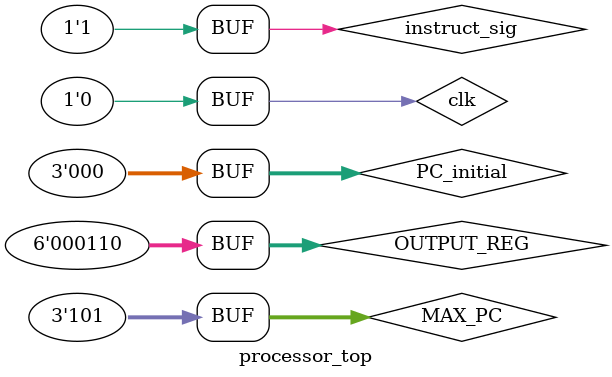
<source format=v>
`include "A7Q2_processor.v"

module processor_top;
    reg clk,instruct_sig;
    reg [2:0] PC_initial,MAX_PC;
    reg [5:0] OUTPUT_REG;
    reg [31:0] instruct;

    wire[2:0] PC_final; 
    wire output_sig;
    processor mini_proccessor(clk,instruct,instruct_sig,PC_initial,MAX_PC,OUTPUT_REG,output_sig,PC_final);

    reg[31:0] instructions[5:0];

    initial begin
        MAX_PC <= 3'd5;
        OUTPUT_REG <= 5'd6;
        PC_initial <= 3'd0;

        instructions[0] <= 32'b 00010100000000010000000000101101;
        instructions[1] <= 32'b 00010100000000101111111111101100;
        instructions[2] <= 32'b 00010100000000111111111111000100;
        instructions[3] <= 32'b 00000000001000100010100000100001;
        instructions[4] <= 32'b 00000000011001000011000000100001; 
        instructions[5] <= 32'b 00000000101001100010100000100011; 

        instruct_sig <= 1'b1;
        clk <= 1'b0;

    end

    initial begin
        instruct <= instructions[0];
    end
    
endmodule
</source>
